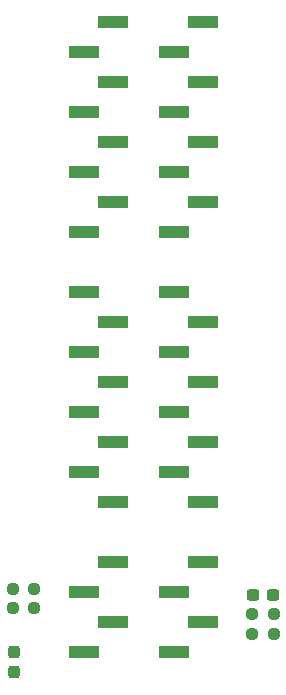
<source format=gbr>
%TF.GenerationSoftware,KiCad,Pcbnew,9.0.7-9.0.7~ubuntu25.10.1*%
%TF.CreationDate,2026-03-01T16:55:49+09:00*%
%TF.ProjectId,bionic-cp1610,62696f6e-6963-42d6-9370-313631302e6b,1*%
%TF.SameCoordinates,Original*%
%TF.FileFunction,Paste,Bot*%
%TF.FilePolarity,Positive*%
%FSLAX46Y46*%
G04 Gerber Fmt 4.6, Leading zero omitted, Abs format (unit mm)*
G04 Created by KiCad (PCBNEW 9.0.7-9.0.7~ubuntu25.10.1) date 2026-03-01 16:55:49*
%MOMM*%
%LPD*%
G01*
G04 APERTURE LIST*
G04 Aperture macros list*
%AMRoundRect*
0 Rectangle with rounded corners*
0 $1 Rounding radius*
0 $2 $3 $4 $5 $6 $7 $8 $9 X,Y pos of 4 corners*
0 Add a 4 corners polygon primitive as box body*
4,1,4,$2,$3,$4,$5,$6,$7,$8,$9,$2,$3,0*
0 Add four circle primitives for the rounded corners*
1,1,$1+$1,$2,$3*
1,1,$1+$1,$4,$5*
1,1,$1+$1,$6,$7*
1,1,$1+$1,$8,$9*
0 Add four rect primitives between the rounded corners*
20,1,$1+$1,$2,$3,$4,$5,0*
20,1,$1+$1,$4,$5,$6,$7,0*
20,1,$1+$1,$6,$7,$8,$9,0*
20,1,$1+$1,$8,$9,$2,$3,0*%
G04 Aperture macros list end*
%ADD10RoundRect,0.237500X0.250000X0.237500X-0.250000X0.237500X-0.250000X-0.237500X0.250000X-0.237500X0*%
%ADD11RoundRect,0.237500X-0.250000X-0.237500X0.250000X-0.237500X0.250000X0.237500X-0.250000X0.237500X0*%
%ADD12RoundRect,0.237500X0.300000X0.237500X-0.300000X0.237500X-0.300000X-0.237500X0.300000X-0.237500X0*%
%ADD13RoundRect,0.237500X-0.237500X0.300000X-0.237500X-0.300000X0.237500X-0.300000X0.237500X0.300000X0*%
%ADD14R,2.510000X1.000000*%
G04 APERTURE END LIST*
D10*
%TO.C,R6*%
X89357200Y-97980600D03*
X87532200Y-97980600D03*
%TD*%
D11*
%TO.C,R4*%
X107826800Y-100139600D03*
X109651800Y-100139600D03*
%TD*%
D12*
%TO.C,C6*%
X109601800Y-96837600D03*
X107876800Y-96837600D03*
%TD*%
D10*
%TO.C,R3*%
X109651800Y-98488600D03*
X107826800Y-98488600D03*
%TD*%
D13*
%TO.C,C9*%
X87680800Y-101640400D03*
X87680800Y-103365400D03*
%TD*%
D11*
%TO.C,R5*%
X87530300Y-96329600D03*
X89355300Y-96329600D03*
%TD*%
D14*
%TO.C,J2*%
X101168200Y-101663600D03*
X103657400Y-99123600D03*
X101168200Y-96583600D03*
X103657400Y-94043600D03*
X103657400Y-88963600D03*
X101168200Y-86423600D03*
X103657400Y-83883600D03*
X101168200Y-81343600D03*
X103657400Y-78803600D03*
X101168200Y-76263600D03*
X103657400Y-73723600D03*
X101168200Y-71183600D03*
X101168200Y-66103600D03*
X103657400Y-63563600D03*
X101168200Y-61023600D03*
X103657400Y-58483600D03*
X101168200Y-55943600D03*
X103657400Y-53403600D03*
X101168200Y-50863600D03*
X103657400Y-48323600D03*
%TD*%
%TO.C,J1*%
X96037400Y-48323600D03*
X93548200Y-50863600D03*
X96037400Y-53403600D03*
X93548200Y-55943600D03*
X96037400Y-58483600D03*
X93548200Y-61023600D03*
X96037400Y-63563600D03*
X93548200Y-66103600D03*
X93548200Y-71183600D03*
X96037400Y-73723600D03*
X93548200Y-76263600D03*
X96037400Y-78803600D03*
X93548200Y-81343600D03*
X96037400Y-83883600D03*
X93548200Y-86423600D03*
X96037400Y-88963600D03*
X96037400Y-94043600D03*
X93548200Y-96583600D03*
X96037400Y-99123600D03*
X93548200Y-101663600D03*
%TD*%
M02*

</source>
